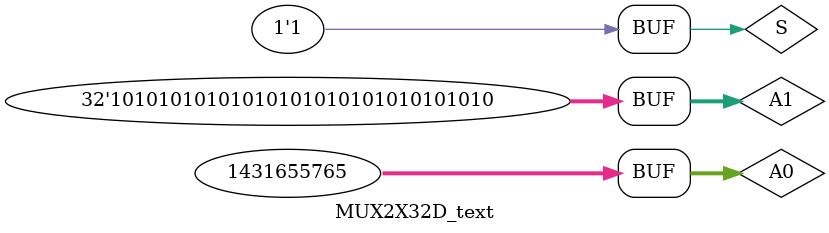
<source format=v>
`timescale 1ns / 1ps


module MUX2X32D_text;

	// Inputs
	reg [31:0] A0;
	reg [31:0] A1;
	reg S;

	// Outputs
	wire [31:0] Y;

	// Instantiate the Unit Under Test (UUT)
	MUX2X32D uut (
		.A0(A0), 
		.A1(A1), 
		.S(S), 
		.Y(Y)
	);

	initial begin
		// Initialize Inputs
		A0 = 0;
		A1 = 0;
		S = 0;

		// Wait 100 ns for global reset to finish
		#100;
        
		// Add stimulus here
		#100;A0 = 32'b1111_1111_1111_1111_1111_1111_1111_1111; // 0xFFFFFFFF
		A1 = 32'b0000_0000_0000_0000_0000_0000_0000_0000; // 0x00000000
		S = 1'b0;
		#100;
		S = 1'b1;
		#100;
    #100;A0 = 32'b0101_0101_0101_0101_0101_0101_0101_0101; // 0x55555555
    A1 = 32'b1010_1010_1010_1010_1010_1010_1010_1010; // 0xAAAAAAAA
    S = 1'b0;
	 #100;
    S = 1'b1;

	end
      
endmodule


</source>
